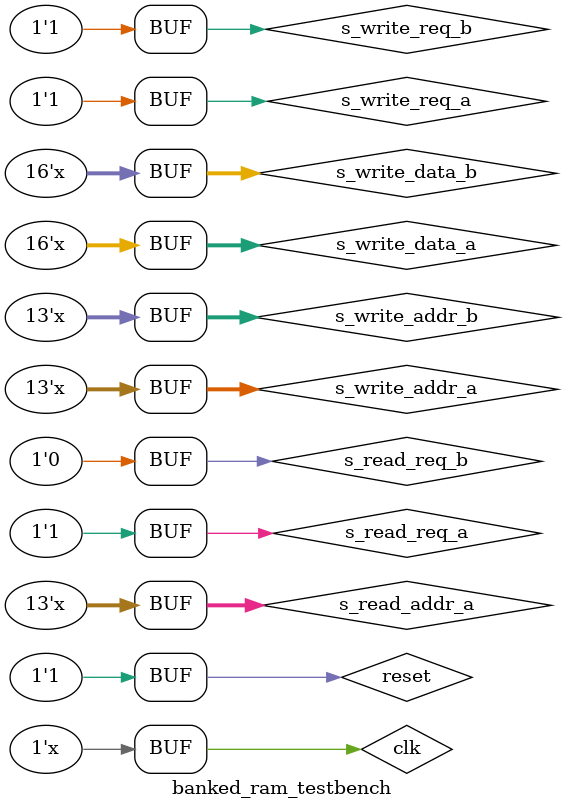
<source format=v>
`timescale 1ns / 1ps


module banked_ram_testbench(

    );
    parameter integer  TAG_W                        = 2;
    parameter integer  NUM_TAGS                     = (1<<TAG_W);
    parameter integer  DATA_WIDTH                   = 16;
    parameter integer  ADDR_WIDTH                   = 13;
    parameter integer  LOCAL_ADDR_W                 = ADDR_WIDTH - TAG_W;
    
    reg clk=0,reset=0;
    reg s_read_req_a=0,s_read_req_b=0,s_write_req_a=0,s_write_req_b=0;
    reg[ADDR_WIDTH-1 : 0]  s_read_addr_a,s_read_addr_b,s_write_addr_a,s_write_addr_b;
    wire[DATA_WIDTH-1 : 0]  s_read_data_a,s_read_data_b;
    reg[DATA_WIDTH-1:0] s_write_data_a,s_write_data_b;
    
    always#50 clk=~clk;
    //0. 1 write
    //1. 1 write 1 read
    //2. 2 write
    
    initial begin
        reset=1;
        #100;
        
        s_write_req_a<=1;
       
        
        s_write_data_a <= 16'h0000;
        s_write_addr_a <= 16'b000_00000_0000_0000;
        
        repeat(10)begin
            #100;
            
            s_write_data_a <= s_write_data_a +16'h0001;
            s_write_addr_a <= s_write_addr_a +1'b1; 
           
        end
        
    end
    initial begin
        #100;
        
        s_write_req_b<=1;
       
        
        s_write_data_b <= 16'h0000;
        s_write_addr_b <= 16'b000_01000_0000_0000;
        
        repeat(10)begin
            #100;
            
            s_write_data_b <= s_write_data_b +16'h0011;
            s_write_addr_b <= s_write_addr_b +1'b1; 
           
        end
        
    end
    initial begin
        #200
        s_read_req_a<=1;
        s_read_addr_a <= 16'b000_00000_0000_0000;
        repeat(10)begin
            #100;
         
            s_read_addr_a <= s_read_addr_a +1'b1;
        end    
            
    end
    
    banked_ram#() br_ins(clk,reset,s_read_req_a,s_read_addr_a,s_read_data_a,s_write_req_a, s_write_addr_a,s_write_data_a,
        s_read_req_b,s_read_addr_b,s_read_data_b,s_write_req_b,s_write_addr_b,s_write_data_b);
        
        
endmodule

</source>
